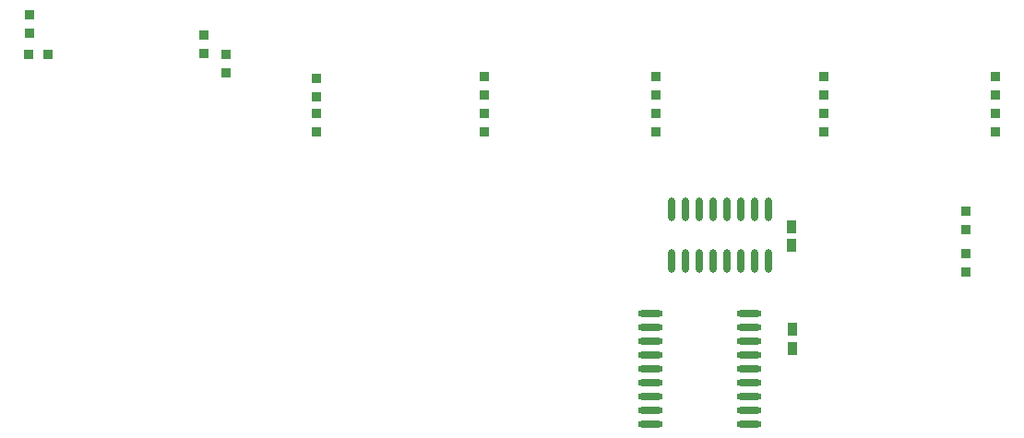
<source format=gtp>
%FSLAX24Y24*%
%MOIN*%
%SFA1B1*%

%IPPOS*%
%AMD10*
4,1,8,-0.017700,0.015000,-0.017700,-0.015000,-0.016000,-0.016700,0.016000,-0.016700,0.017700,-0.015000,0.017700,0.015000,0.016000,0.016700,-0.016000,0.016700,-0.017700,0.015000,0.0*
1,1,0.003400,-0.016000,0.015000*
1,1,0.003400,-0.016000,-0.015000*
1,1,0.003400,0.016000,-0.015000*
1,1,0.003400,0.016000,0.015000*
%
%AMD11*
4,1,8,-0.015000,-0.017700,0.015000,-0.017700,0.016700,-0.016000,0.016700,0.016000,0.015000,0.017700,-0.015000,0.017700,-0.016700,0.016000,-0.016700,-0.016000,-0.015000,-0.017700,0.0*
1,1,0.003400,-0.015000,-0.016000*
1,1,0.003400,0.015000,-0.016000*
1,1,0.003400,0.015000,0.016000*
1,1,0.003400,-0.015000,0.016000*
%
%AMD14*
4,1,8,0.015700,-0.022000,0.015700,0.022000,0.014100,0.023600,-0.014100,0.023600,-0.015700,0.022000,-0.015700,-0.022000,-0.014100,-0.023600,0.014100,-0.023600,0.015700,-0.022000,0.0*
1,1,0.003200,0.014100,-0.022000*
1,1,0.003200,0.014100,0.022000*
1,1,0.003200,-0.014100,0.022000*
1,1,0.003200,-0.014100,-0.022000*
%
G04~CAMADD=10~8~0.0~0.0~335.0~354.0~17.0~0.0~15~0.0~0.0~0.0~0.0~0~0.0~0.0~0.0~0.0~0~0.0~0.0~0.0~90.0~354.0~334.0*
%ADD10D10*%
G04~CAMADD=11~8~0.0~0.0~335.0~354.0~17.0~0.0~15~0.0~0.0~0.0~0.0~0~0.0~0.0~0.0~0.0~0~0.0~0.0~0.0~180.0~334.0~354.0*
%ADD11D11*%
%ADD12O,0.023600X0.086600*%
%ADD13O,0.090600X0.023600*%
G04~CAMADD=14~8~0.0~0.0~472.0~315.0~16.0~0.0~15~0.0~0.0~0.0~0.0~0~0.0~0.0~0.0~0.0~0~0.0~0.0~0.0~270.0~314.0~472.0*
%ADD14D14*%
%LNsourceselection-1*%
%LPD*%
G54D10*
X39961Y8484D03*
Y7815D03*
Y6280D03*
Y6949D03*
X13228Y14136D03*
Y13467D03*
X12441Y14862D03*
Y14193D03*
X6142Y15571D03*
Y14902D03*
X16496Y13287D03*
Y12618D03*
Y12028D03*
Y11358D03*
X22559Y13366D03*
Y12697D03*
Y12028D03*
Y11358D03*
X28780Y13366D03*
Y12697D03*
Y12028D03*
Y11358D03*
X34843Y13366D03*
Y12697D03*
Y12028D03*
Y11358D03*
X41024Y13366D03*
Y12697D03*
Y12028D03*
Y11358D03*
G54D11*
X6122Y14134D03*
X6791D03*
G54D12*
X29352Y6676D03*
X29852D03*
X30352D03*
X30852D03*
X31352D03*
X31852D03*
X32352D03*
X32852D03*
X29352Y8565D03*
X29852D03*
X30352D03*
X30852D03*
X31352D03*
X31852D03*
X32352D03*
X32852D03*
G54D13*
X28563Y4778D03*
Y4278D03*
Y3778D03*
Y3278D03*
Y2778D03*
Y2278D03*
Y1778D03*
Y1278D03*
Y778D03*
X32146Y4778D03*
Y4278D03*
Y3778D03*
Y3278D03*
Y2778D03*
Y2278D03*
Y1778D03*
Y1278D03*
Y778D03*
G54D14*
X33701Y4220D03*
Y3531D03*
X33661Y7237D03*
Y7926D03*
M02*
</source>
